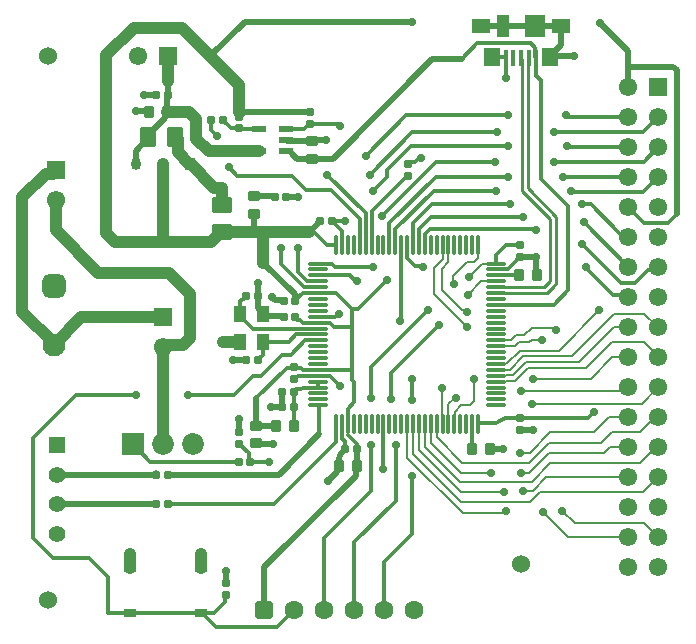
<source format=gbr>
%TF.GenerationSoftware,Altium Limited,Altium Designer,25.5.2 (35)*%
G04 Layer_Physical_Order=1*
G04 Layer_Color=255*
%FSLAX45Y45*%
%MOMM*%
%TF.SameCoordinates,99CC5E96-0F24-47E5-947C-7A4A978C6F15*%
%TF.FilePolarity,Positive*%
%TF.FileFunction,Copper,L1,Top,Signal*%
%TF.Part,Single*%
G01*
G75*
%TA.AperFunction,Conductor*%
%ADD10C,0.50000*%
%ADD11C,0.30000*%
%TA.AperFunction,SMDPad,CuDef*%
%ADD12O,0.30000X1.80000*%
%ADD13O,1.80000X0.30000*%
G04:AMPARAMS|DCode=14|XSize=1.3mm|YSize=1.1mm|CornerRadius=0.055mm|HoleSize=0mm|Usage=FLASHONLY|Rotation=270.000|XOffset=0mm|YOffset=0mm|HoleType=Round|Shape=RoundedRectangle|*
%AMROUNDEDRECTD14*
21,1,1.30000,0.99000,0,0,270.0*
21,1,1.19000,1.10000,0,0,270.0*
1,1,0.11000,-0.49500,-0.59500*
1,1,0.11000,-0.49500,0.59500*
1,1,0.11000,0.49500,0.59500*
1,1,0.11000,0.49500,-0.59500*
%
%ADD14ROUNDEDRECTD14*%
G04:AMPARAMS|DCode=15|XSize=0.6mm|YSize=0.7mm|CornerRadius=0.075mm|HoleSize=0mm|Usage=FLASHONLY|Rotation=180.000|XOffset=0mm|YOffset=0mm|HoleType=Round|Shape=RoundedRectangle|*
%AMROUNDEDRECTD15*
21,1,0.60000,0.55000,0,0,180.0*
21,1,0.45000,0.70000,0,0,180.0*
1,1,0.15000,-0.22500,0.27500*
1,1,0.15000,0.22500,0.27500*
1,1,0.15000,0.22500,-0.27500*
1,1,0.15000,-0.22500,-0.27500*
%
%ADD15ROUNDEDRECTD15*%
%ADD16R,1.00000X0.75000*%
G04:AMPARAMS|DCode=17|XSize=0.6mm|YSize=0.7mm|CornerRadius=0.075mm|HoleSize=0mm|Usage=FLASHONLY|Rotation=270.000|XOffset=0mm|YOffset=0mm|HoleType=Round|Shape=RoundedRectangle|*
%AMROUNDEDRECTD17*
21,1,0.60000,0.55000,0,0,270.0*
21,1,0.45000,0.70000,0,0,270.0*
1,1,0.15000,-0.27500,-0.22500*
1,1,0.15000,-0.27500,0.22500*
1,1,0.15000,0.27500,0.22500*
1,1,0.15000,0.27500,-0.22500*
%
%ADD17ROUNDEDRECTD17*%
G04:AMPARAMS|DCode=18|XSize=0.8mm|YSize=1mm|CornerRadius=0.1mm|HoleSize=0mm|Usage=FLASHONLY|Rotation=90.000|XOffset=0mm|YOffset=0mm|HoleType=Round|Shape=RoundedRectangle|*
%AMROUNDEDRECTD18*
21,1,0.80000,0.80000,0,0,90.0*
21,1,0.60000,1.00000,0,0,90.0*
1,1,0.20000,0.40000,0.30000*
1,1,0.20000,0.40000,-0.30000*
1,1,0.20000,-0.40000,-0.30000*
1,1,0.20000,-0.40000,0.30000*
%
%ADD18ROUNDEDRECTD18*%
%ADD19R,0.87213X1.00429*%
G04:AMPARAMS|DCode=20|XSize=0.8mm|YSize=1mm|CornerRadius=0.1mm|HoleSize=0mm|Usage=FLASHONLY|Rotation=0.000|XOffset=0mm|YOffset=0mm|HoleType=Round|Shape=RoundedRectangle|*
%AMROUNDEDRECTD20*
21,1,0.80000,0.80000,0,0,0.0*
21,1,0.60000,1.00000,0,0,0.0*
1,1,0.20000,0.30000,-0.40000*
1,1,0.20000,-0.30000,-0.40000*
1,1,0.20000,-0.30000,0.40000*
1,1,0.20000,0.30000,0.40000*
%
%ADD20ROUNDEDRECTD20*%
G04:AMPARAMS|DCode=21|XSize=1.4mm|YSize=1.7mm|CornerRadius=0.175mm|HoleSize=0mm|Usage=FLASHONLY|Rotation=180.000|XOffset=0mm|YOffset=0mm|HoleType=Round|Shape=RoundedRectangle|*
%AMROUNDEDRECTD21*
21,1,1.40000,1.35000,0,0,180.0*
21,1,1.05000,1.70000,0,0,180.0*
1,1,0.35000,-0.52500,0.67500*
1,1,0.35000,0.52500,0.67500*
1,1,0.35000,0.52500,-0.67500*
1,1,0.35000,-0.52500,-0.67500*
%
%ADD21ROUNDEDRECTD21*%
G04:AMPARAMS|DCode=22|XSize=1.4mm|YSize=1.7mm|CornerRadius=0.175mm|HoleSize=0mm|Usage=FLASHONLY|Rotation=270.000|XOffset=0mm|YOffset=0mm|HoleType=Round|Shape=RoundedRectangle|*
%AMROUNDEDRECTD22*
21,1,1.40000,1.35000,0,0,270.0*
21,1,1.05000,1.70000,0,0,270.0*
1,1,0.35000,-0.67500,-0.52500*
1,1,0.35000,-0.67500,0.52500*
1,1,0.35000,0.67500,0.52500*
1,1,0.35000,0.67500,-0.52500*
%
%ADD22ROUNDEDRECTD22*%
%ADD23R,1.20000X0.60000*%
%TA.AperFunction,ConnectorPad*%
%ADD24R,0.45000X1.38000*%
%TA.AperFunction,SMDPad,CuDef*%
G04:AMPARAMS|DCode=25|XSize=1.00429mm|YSize=0.87213mm|CornerRadius=0.43606mm|HoleSize=0mm|Usage=FLASHONLY|Rotation=270.000|XOffset=0mm|YOffset=0mm|HoleType=Round|Shape=RoundedRectangle|*
%AMROUNDEDRECTD25*
21,1,1.00429,0.00000,0,0,270.0*
21,1,0.13216,0.87213,0,0,270.0*
1,1,0.87213,0.00000,-0.06608*
1,1,0.87213,0.00000,0.06608*
1,1,0.87213,0.00000,0.06608*
1,1,0.87213,0.00000,-0.06608*
%
%ADD25ROUNDEDRECTD25*%
G04:AMPARAMS|DCode=26|XSize=1.00429mm|YSize=3.18213mm|CornerRadius=0.43687mm|HoleSize=0mm|Usage=FLASHONLY|Rotation=270.000|XOffset=0mm|YOffset=0mm|HoleType=Round|Shape=RoundedRectangle|*
%AMROUNDEDRECTD26*
21,1,1.00429,2.30840,0,0,270.0*
21,1,0.13056,3.18213,0,0,270.0*
1,1,0.87373,-1.15420,-0.06528*
1,1,0.87373,-1.15420,0.06528*
1,1,0.87373,1.15420,0.06528*
1,1,0.87373,1.15420,-0.06528*
%
%ADD26ROUNDEDRECTD26*%
%TA.AperFunction,ConnectorPad*%
%ADD27R,1.42500X1.55000*%
%ADD28R,1.00000X1.90000*%
%ADD29R,1.80000X1.90000*%
%ADD30R,1.65000X1.30000*%
%TA.AperFunction,Conductor*%
%ADD31C,0.50800*%
%ADD32C,0.25000*%
%ADD33C,0.20000*%
%ADD34C,0.30480*%
%ADD35C,1.00000*%
%TA.AperFunction,ComponentPad*%
%ADD36C,1.60000*%
%TA.AperFunction,ViaPad*%
%ADD37C,1.52400*%
%TA.AperFunction,ComponentPad*%
%ADD38C,1.85000*%
G04:AMPARAMS|DCode=39|XSize=1.95mm|YSize=1.95mm|CornerRadius=0.4875mm|HoleSize=0mm|Usage=FLASHONLY|Rotation=270.000|XOffset=0mm|YOffset=0mm|HoleType=Round|Shape=RoundedRectangle|*
%AMROUNDEDRECTD39*
21,1,1.95000,0.97500,0,0,270.0*
21,1,0.97500,1.95000,0,0,270.0*
1,1,0.97500,-0.48750,-0.48750*
1,1,0.97500,-0.48750,0.48750*
1,1,0.97500,0.48750,0.48750*
1,1,0.97500,0.48750,-0.48750*
%
%ADD39ROUNDEDRECTD39*%
%ADD40C,1.55000*%
%ADD41R,1.55000X1.55000*%
G04:AMPARAMS|DCode=42|XSize=1.6mm|YSize=1.6mm|CornerRadius=0.4mm|HoleSize=0mm|Usage=FLASHONLY|Rotation=0.000|XOffset=0mm|YOffset=0mm|HoleType=Round|Shape=RoundedRectangle|*
%AMROUNDEDRECTD42*
21,1,1.60000,0.80000,0,0,0.0*
21,1,0.80000,1.60000,0,0,0.0*
1,1,0.80000,0.40000,-0.40000*
1,1,0.80000,-0.40000,-0.40000*
1,1,0.80000,-0.40000,0.40000*
1,1,0.80000,0.40000,0.40000*
%
%ADD42ROUNDEDRECTD42*%
%ADD43C,1.95000*%
%ADD44C,1.40000*%
%ADD45R,1.40000X1.40000*%
%ADD46R,1.55000X1.55000*%
%ADD47R,1.85000X1.85000*%
%TA.AperFunction,ViaPad*%
%ADD48C,0.70000*%
D10*
X8769313Y7023038D02*
G03*
X8760000Y6993976I40687J-29062D01*
G01*
X11620000Y9067682D02*
Y10280710D01*
X11590710Y10310000D02*
X11620000Y10280710D01*
X11206000Y10310000D02*
X11590710D01*
X10290000Y8700000D02*
X10430000D01*
Y8575000D02*
Y8700000D01*
X10035000Y7080000D02*
X10150000D01*
X8070000Y8370000D02*
Y8480000D01*
X8070000Y8370000D02*
X8070000Y8370000D01*
X8070000Y8270000D02*
Y8370000D01*
X10290000Y7240000D02*
X10400000D01*
X10400000Y7240000D01*
X6965000Y6070000D02*
X6990000Y6065000D01*
X7800000Y5940000D02*
Y6040000D01*
X7860000Y7830000D02*
X7970000D01*
X8062500Y7122500D02*
X8197500D01*
X8200000Y7120000D01*
X8180000Y7430000D02*
X8280000D01*
Y7560000D01*
X8115000Y8215000D02*
Y8225000D01*
X8130000Y8200000D02*
X8285000D01*
X8115000Y8215000D02*
X8130000Y8200000D01*
X8285000D02*
X8290000Y8195000D01*
Y8190000D02*
Y8195000D01*
X7043827Y9936173D02*
X7148827D01*
X7040000Y9940000D02*
X7043827Y9936173D01*
X7148827D02*
X7155000Y9930000D01*
X7110000Y10070000D02*
X7210000D01*
X8070000Y8270000D02*
X8115000Y8225000D01*
X8285000Y8340000D02*
X8290000Y8335000D01*
Y8330000D02*
Y8335000D01*
X8190000Y8360000D02*
X8195412D01*
X8215412Y8340000D02*
X8285000D01*
X8195412Y8360000D02*
X8215412Y8340000D01*
X8315000Y9210000D02*
X8320000Y9210000D01*
X8315000Y9690000D02*
X8317500Y9687500D01*
X8320000Y9210000D02*
X8415000D01*
X8317500Y9687500D02*
X8527500D01*
X8769313Y7023038D02*
X8810000Y7080000D01*
X10430000Y8575000D02*
X10435000Y8550000D01*
X8527500Y9687500D02*
X8530000Y9685000D01*
X8555000Y9690000D02*
X8650000D01*
X8530000Y9685000D02*
X8555000Y9690000D01*
X8760000Y6920000D02*
Y6993976D01*
X8663827Y6803827D02*
X8745000Y6885000D01*
Y6915000D02*
X8760000Y6930000D01*
X8745000Y6885000D02*
Y6915000D01*
X7910000Y7220000D02*
Y7330000D01*
X8124000Y5710000D02*
Y6074000D01*
X8899896Y6849896D01*
X8385000Y8335000D02*
X8390000Y8330000D01*
X8117850Y8652150D02*
X8385000Y8385000D01*
Y8335000D02*
Y8385000D01*
X7910000Y9890000D02*
X7915000D01*
X7955000Y9930000D01*
X8510000D01*
X8899896Y6919896D02*
X8910000Y6930000D01*
X8899896Y6849896D02*
Y6919896D01*
X8910000Y6930000D02*
Y7080000D01*
X8062500Y7272500D02*
X8222500D01*
X8060000Y7275000D02*
Y7504246D01*
X7670000Y10400000D02*
X7960000Y10690000D01*
X9380000D01*
X10970000Y10680000D02*
X11206000Y10444000D01*
X8040000Y8915700D02*
Y9065000D01*
X8510700Y8915700D02*
X8600000Y9005000D01*
X11206000Y10138000D02*
Y10310000D01*
Y10444000D01*
X7310000Y6860000D02*
X8250000D01*
X8590000Y7200000D01*
X7310000Y10070000D02*
Y10190000D01*
X8215000Y9210000D02*
Y9210000D01*
X8210000Y9215000D02*
X8215000Y9210000D01*
X8040000Y9215000D02*
X8210000D01*
X6370000Y6860000D02*
X7205000D01*
X7210000Y6865000D02*
Y6870000D01*
X7205000Y6860000D02*
X7210000Y6865000D01*
X6370000Y6610000D02*
X7210000D01*
X7290000Y9879300D02*
Y9915000D01*
X7145700Y9735000D02*
X7290000Y9879300D01*
Y9915000D02*
X7305000Y9930000D01*
X7145700Y9705000D02*
Y9735000D01*
X7040000Y9496678D02*
X7047178Y9489500D01*
X7040000Y9496678D02*
Y9599300D01*
X7145700Y9705000D01*
X7307500Y9942500D02*
Y10067500D01*
X7310000Y10070000D01*
D11*
X10091282Y7299571D02*
G03*
X10106166Y7303523I0J30001D01*
G01*
X10177966Y7340000D02*
G03*
X10163082Y7336047I1J-30001D01*
G01*
X9800000Y10380000D02*
X9930000Y10510000D01*
X10384998D01*
X10422500Y10472497D01*
Y10396500D02*
Y10472497D01*
Y10396500D02*
X10430000Y10389000D01*
X11340000Y9510000D02*
X11460000Y9630000D01*
X10580000Y9510000D02*
X11340000D01*
X10727653Y9252346D02*
X11336346D01*
X11460000Y9376000D01*
X10720000Y9260000D02*
X10727653Y9252346D01*
X11542318Y8990000D02*
X11620000Y9067682D01*
X11338000Y8990000D02*
X11542318D01*
X11206000Y9122000D02*
X11338000Y8990000D01*
X11204000Y9378000D02*
X11206000Y9376000D01*
X10662000Y9378000D02*
X11204000D01*
X10660000Y9380000D02*
X10662000Y9378000D01*
X11201000Y9635000D02*
X11206000Y9630000D01*
X10695000Y9635000D02*
X11201000D01*
X10690000Y9640000D02*
X10695000Y9635000D01*
X11336000Y9760000D02*
X11460000Y9884000D01*
X10580000Y9760000D02*
X11336000D01*
X10680000Y9900000D02*
X10690824D01*
X10706824Y9884000D01*
X11206000D01*
X11172175Y8868000D02*
X11206000D01*
X11132555Y8907620D02*
X11172175Y8868000D01*
X11132380Y8907620D02*
X11132555D01*
X10891569Y9148432D02*
X11132380Y8907620D01*
X10821568Y9148432D02*
X10891569D01*
X10820000Y9150000D02*
X10821568Y9148432D01*
X10830000Y8995000D02*
Y9000000D01*
Y8995000D02*
X11206000Y8619000D01*
Y8614000D02*
Y8619000D01*
X10392426Y8940000D02*
X10394772Y8937653D01*
X10422346D02*
X10430000Y8930000D01*
X9529290Y8940000D02*
X10392426D01*
X10394772Y8937653D02*
X10422346D01*
X10820000Y8810000D02*
X11150000Y8480000D01*
X11270000D01*
X11380083Y8590083D02*
X11436083D01*
X11270000Y8480000D02*
X11380083Y8590083D01*
X11436083D02*
X11460000Y8614000D01*
X10850000Y8610000D02*
Y8620000D01*
Y8610000D02*
X11083500Y8376500D01*
X11189500D01*
X11206000Y8360000D01*
X9550000Y9150000D02*
X10210000D01*
X9386100Y8986100D02*
X9550000Y9150000D01*
X9540000Y9040000D02*
X10320000D01*
X10700000Y8420000D02*
Y9130000D01*
X10091100Y8296100D02*
X10576100D01*
X10700000Y8420000D01*
X10470000Y9360000D02*
X10700000Y9130000D01*
X10430000Y10237500D02*
X10470000Y10197500D01*
Y9360000D02*
Y10197500D01*
X10430000Y10237500D02*
Y10389000D01*
X9486100Y8896810D02*
X9529290Y8940000D01*
X9436100Y8936100D02*
X9540000Y9040000D01*
X9560000Y9260000D02*
X10090000D01*
X9580000Y9380000D02*
X10190000D01*
X9170000Y9440000D02*
X9370000Y9640000D01*
X10190000D01*
X9380000Y9760000D02*
X10100000D01*
X9330000Y9900000D02*
X10190000D01*
X8990000Y9560000D02*
X9330000Y9900000D01*
X9580000Y9510000D02*
X10080000D01*
X9120000Y9050000D02*
X9580000Y9510000D01*
X10091100Y8546100D02*
X10281100D01*
X7925000Y8205000D02*
X8033900Y8096100D01*
X8581100D01*
X7955000Y8350000D02*
X7970000Y8365000D01*
X7925000Y8325000D02*
X7950000Y8350000D01*
X7970000Y8365000D02*
Y8370000D01*
X7925000Y8215000D02*
Y8325000D01*
X7950000Y8350000D02*
X7955000D01*
X8886000Y5710000D02*
Y6286000D01*
X9240000Y6640000D01*
Y7110000D01*
X9200000Y7720000D02*
X9610000Y8130000D01*
X9200000Y7500000D02*
Y7720000D01*
X7700000Y5690000D02*
X7792877Y5782877D01*
Y5832877D01*
X7800000Y5840000D01*
X7602500Y5690000D02*
X7722500Y5570000D01*
X8238000D01*
X8378000Y5710000D01*
X7590000Y5690000D02*
X7602500D01*
X7700000D01*
X8476100Y7996100D02*
X8581100D01*
X8280000Y7870000D02*
X8350000D01*
X8476100Y7996100D01*
X8210000Y7800000D02*
Y7800000D01*
X8100000Y7690000D02*
X8210000Y7800000D01*
Y7800000D02*
X8280000Y7870000D01*
X8030000Y7690000D02*
X8100000D01*
X7870000Y7530000D02*
X8030000Y7690000D01*
X7480000Y7530000D02*
X7870000D01*
X6530000D02*
X7040000D01*
X6170000Y7170000D02*
X6530000Y7530000D01*
X6990000Y5690000D02*
X7590000D01*
X6800000D02*
X6990000D01*
X6170000Y6320000D02*
Y7170000D01*
Y6320000D02*
X6340000Y6150000D01*
X6640000D01*
X6800000Y5690000D02*
Y5990000D01*
X6640000Y6150000D02*
X6800000Y5990000D01*
X8060000Y7125000D02*
X8062500Y7122500D01*
X8380000Y7670000D02*
X8385000D01*
X8411100Y7696100D01*
X8810000Y7080000D02*
Y7140000D01*
X8786100Y7163900D02*
Y7291100D01*
X8581100Y7696100D02*
X8680000D01*
X8411100D02*
X8581100D01*
Y8196100D02*
X8725276D01*
X8680000Y7696100D02*
X8766100Y7610000D01*
X8725276Y8196100D02*
X8749176Y8220000D01*
X8760000D01*
X8786100Y7163900D02*
X8810000Y7140000D01*
X10186810Y8596100D02*
X10270000Y8679289D01*
X10091100Y8596100D02*
X10186810D01*
X10270000Y8685000D02*
X10285000Y8700000D01*
X10270000Y8679289D02*
Y8685000D01*
X8700000Y9005000D02*
X8786100Y8918900D01*
X8700000Y9005000D02*
Y9010000D01*
X8810000D01*
X8786100Y8801100D02*
Y8918900D01*
X9340000Y9490000D02*
X9355000Y9505000D01*
X9404176D01*
X9439176Y9540000D02*
X9450000D01*
X9404176Y9505000D02*
X9439176Y9540000D01*
X10285000Y8700000D02*
X10290000D01*
X8060000Y7275000D02*
X8062500Y7272500D01*
X8222500D02*
X8225000Y7270000D01*
X8060000Y7504246D02*
X8320754Y7765000D01*
X8380000Y7770000D02*
X8387123Y7762877D01*
X8320754Y7765000D02*
X8375000D01*
X8380000Y7770000D01*
X8387123Y7762877D02*
X8437123D01*
X8453900Y7746100D02*
X8581100D01*
X8437123Y7762877D02*
X8453900Y7746100D01*
Y8146100D02*
X8581100D01*
X8405000Y8170000D02*
X8430000D01*
X8453900Y8146100D01*
X8390000Y8185000D02*
Y8190000D01*
Y8185000D02*
X8405000Y8170000D01*
X8390000Y8335000D02*
X8451100Y8396100D01*
X8836100Y7291100D02*
Y7416100D01*
X8890000Y7470000D02*
Y7642604D01*
X8836100Y7416100D02*
X8890000Y7470000D01*
X8910000Y7080000D02*
Y7120000D01*
X10091100Y8646100D02*
Y8721100D01*
X10170000Y8800000D01*
X10290000D01*
X10270000Y7340000D02*
X10290000Y7340000D01*
X10106166Y7303523D02*
X10163082Y7336047D01*
X9936100Y7291100D02*
Y7299571D01*
X8836100Y7193900D02*
X8910000Y7120000D01*
X8451100Y8396100D02*
X8581100D01*
Y8146100D02*
X8683900D01*
X8720000Y8110000D01*
X8581100Y7746100D02*
X8870000D01*
X8658900Y8801100D02*
X8736100D01*
X8544300Y8915700D02*
X8658900Y8801100D01*
X8600000Y9005000D02*
Y9010000D01*
X8505700Y8915700D02*
X8510700D01*
X8544300D01*
X8920000Y8260000D02*
X9170000Y8510000D01*
X8870000Y8260000D02*
X8920000D01*
X8581100Y8396100D02*
X8733900D01*
X8870000Y8260000D01*
Y7662603D02*
X8890000Y7642604D01*
X8720000Y8110000D02*
X8870000D01*
X10870000Y7340000D02*
X10920000Y7390000D01*
X10290000Y7340000D02*
X10870000D01*
X8870000Y7662603D02*
Y8260000D01*
X9936100Y7299571D02*
X10091282D01*
X10177967Y7340000D02*
X10270000D01*
X8581100Y7446100D02*
X8590000D01*
Y7200000D02*
Y7446100D01*
X8632000Y5710000D02*
Y6322000D01*
X9030000Y7770000D02*
X9510000Y8250000D01*
X9030000Y7510000D02*
Y7770000D01*
X8632000Y6322000D02*
X9030000Y6720000D01*
Y7110000D01*
X9140000Y5710000D02*
Y6120000D01*
X8485389Y8496100D02*
X8581100D01*
X8410000Y8571490D02*
X8485389Y8496100D01*
X8410000Y8571490D02*
Y8780000D01*
X9020000Y9400000D02*
X9380000Y9760000D01*
X9236100Y8801100D02*
Y8936100D01*
X9560000Y9260000D01*
X9486100Y8801100D02*
Y8896810D01*
X9186100Y8801100D02*
Y8986100D01*
X9580000Y9380000D01*
X9436100Y8801100D02*
Y8936100D01*
X8730000Y8620000D02*
X9050000D01*
X8703900Y8646100D02*
X8730000Y8620000D01*
X8581100Y8646100D02*
X8703900D01*
X9380000Y7490000D02*
Y7670000D01*
X9140000Y6120000D02*
X9380000Y6360000D01*
Y6850000D01*
X9286100Y8166100D02*
Y8801100D01*
X9280000Y8160000D02*
X9286100Y8166100D01*
X8464679Y8446100D02*
X8581100D01*
X8270000Y8640779D02*
Y8780000D01*
Y8640779D02*
X8464679Y8446100D01*
X8899176Y8500000D02*
X8910000D01*
X8853076Y8546100D02*
X8899176Y8500000D01*
X8581100Y8546100D02*
X8853076D01*
X9050000Y9260000D02*
X9170000Y9380000D01*
Y9440000D01*
X9336100Y8693900D02*
Y8801100D01*
Y8693900D02*
X9402346Y8627654D01*
X9462347D01*
X9470000Y8620000D01*
X9386100Y8801100D02*
Y8986100D01*
X7162000Y6970000D02*
X7910000D01*
X8210000Y6610000D02*
X8736100Y7136100D01*
X7310000Y6610000D02*
X8210000D01*
X7012000Y7120000D02*
X7162000Y6970000D01*
X7910000Y7120000D02*
X7915000D01*
X7995000Y7040000D01*
Y6985000D02*
Y7040000D01*
Y6985000D02*
X8010000Y6970000D01*
X8170000D01*
X9130000Y6910000D02*
X9136100Y6916100D01*
Y7291100D01*
X8115000Y7985000D02*
X8335000D01*
X8396100Y8046100D02*
X8581100D01*
X8335000Y7985000D02*
X8396100Y8046100D01*
X8115000Y7875000D02*
Y7985000D01*
X8097426Y7857426D02*
X8115000Y7875000D01*
X8092426Y7857426D02*
X8097426D01*
X8070000Y7835000D02*
X8092426Y7857426D01*
X8070000Y7830000D02*
Y7835000D01*
X8736100Y7136100D02*
Y7291100D01*
X8739176Y9830000D02*
X8759176Y9810000D01*
X8505000Y9830000D02*
X8739176D01*
X8759176Y9810000D02*
X8770000D01*
X8505000Y9830000D02*
X8505000Y9830000D01*
X7680000Y9780000D02*
Y9860000D01*
Y9780000D02*
X7730000Y9730000D01*
X7830000Y9460000D02*
X7900000Y9390000D01*
X8360000D01*
X8936100Y8801100D02*
Y9023900D01*
X8690000Y9270000D02*
X8936100Y9023900D01*
X8480000Y9270000D02*
X8690000D01*
X8360000Y9390000D02*
X8480000Y9270000D01*
X8375000Y7425000D02*
X8380000Y7430000D01*
X8375000Y7270000D02*
Y7425000D01*
X9036100Y8801100D02*
Y9091100D01*
X9335000Y9390000D01*
X9340000D01*
X7847877Y9792123D02*
X7907877D01*
X7795000Y9840000D02*
X7800000D01*
X7780000Y9855000D02*
X7795000Y9840000D01*
X7780000Y9855000D02*
Y9860000D01*
X7800000Y9840000D02*
X7847877Y9792123D01*
X7907877D02*
X7912500Y9787500D01*
X8660000Y9400000D02*
X8986100Y9073900D01*
Y8801100D02*
Y9073900D01*
X10281100Y8546100D02*
X10285000Y8550000D01*
X8380000Y7430000D02*
Y7560000D01*
Y7565000D02*
X8395000Y7580000D01*
X8440000D01*
X8456100Y7596100D01*
X8581100D01*
Y7646100D01*
X9885000Y7080000D02*
X9886100Y7081100D01*
Y7291100D01*
X8315000Y9785000D02*
X8460000D01*
X8505000Y9830000D01*
X7912500Y9787500D02*
X8082500D01*
X8085000Y9785000D01*
D12*
X8836100Y8801100D02*
D03*
X8886100D02*
D03*
X8936100D02*
D03*
X9036100D02*
D03*
X9086100D02*
D03*
X9136100D02*
D03*
X9186100D02*
D03*
X9236100D02*
D03*
X9286100D02*
D03*
X9336100D02*
D03*
X9386100D02*
D03*
X9436100D02*
D03*
X9486100D02*
D03*
X9536100D02*
D03*
X9586100D02*
D03*
X9636100D02*
D03*
X9686100D02*
D03*
X9736100D02*
D03*
X9786100D02*
D03*
X9836100D02*
D03*
X9886100D02*
D03*
X9936100D02*
D03*
X9886100Y7291100D02*
D03*
X9836100D02*
D03*
X9786100D02*
D03*
X9736100D02*
D03*
X9686100D02*
D03*
X9636100D02*
D03*
X9586100D02*
D03*
X9536100D02*
D03*
X9486100D02*
D03*
X9436100D02*
D03*
X9386100D02*
D03*
X9336100D02*
D03*
X9286100D02*
D03*
X9236100D02*
D03*
X9186100D02*
D03*
X9136100D02*
D03*
X9086100D02*
D03*
X9036100D02*
D03*
X8986100D02*
D03*
X8936100D02*
D03*
X8886100D02*
D03*
X8736100D02*
D03*
X8836100D02*
D03*
X9936100D02*
D03*
X8736100Y8801100D02*
D03*
X8986100D02*
D03*
X8786100Y7291100D02*
D03*
Y8801100D02*
D03*
D13*
X10091100Y8546100D02*
D03*
Y8496100D02*
D03*
Y8446100D02*
D03*
Y8396100D02*
D03*
Y8346100D02*
D03*
Y8246100D02*
D03*
Y8196100D02*
D03*
Y8146100D02*
D03*
Y8096100D02*
D03*
Y8046100D02*
D03*
Y7996100D02*
D03*
Y7946100D02*
D03*
Y7896100D02*
D03*
Y7846100D02*
D03*
Y7796100D02*
D03*
Y7746100D02*
D03*
Y7696100D02*
D03*
Y7646100D02*
D03*
Y7596100D02*
D03*
Y7546100D02*
D03*
Y7496100D02*
D03*
Y7446100D02*
D03*
X8581100D02*
D03*
Y7496100D02*
D03*
Y7546100D02*
D03*
Y7596100D02*
D03*
Y7646100D02*
D03*
Y7796100D02*
D03*
Y7846100D02*
D03*
Y7896100D02*
D03*
Y7946100D02*
D03*
Y7996100D02*
D03*
Y8046100D02*
D03*
Y8246100D02*
D03*
Y8296100D02*
D03*
Y8346100D02*
D03*
Y8446100D02*
D03*
Y8496100D02*
D03*
Y8546100D02*
D03*
Y8596100D02*
D03*
Y8646100D02*
D03*
X10091100Y8296100D02*
D03*
X8581100Y8396100D02*
D03*
Y8146100D02*
D03*
Y7746100D02*
D03*
X10091100Y8646100D02*
D03*
X8581100Y8096100D02*
D03*
Y7696100D02*
D03*
Y8196100D02*
D03*
X10091100Y8596100D02*
D03*
D14*
X7925000Y8215000D02*
D03*
Y7985000D02*
D03*
X8115000Y8215000D02*
D03*
Y7985000D02*
D03*
D15*
X7970000Y8370000D02*
D03*
X8280000Y7430000D02*
D03*
Y7560000D02*
D03*
X7970000Y7830000D02*
D03*
X8290000Y8190000D02*
D03*
X7210000Y10070000D02*
D03*
X8290000Y8330000D02*
D03*
X8315000Y9210000D02*
D03*
X8810000Y7080000D02*
D03*
X8700000Y9010000D02*
D03*
X8070000Y8370000D02*
D03*
X8390000Y8190000D02*
D03*
Y8330000D02*
D03*
X8910000Y7080000D02*
D03*
X8600000Y9010000D02*
D03*
X7310000Y6860000D02*
D03*
X7210000D02*
D03*
Y6610000D02*
D03*
X8380000Y7560000D02*
D03*
X7910000Y6970000D02*
D03*
X8010000D02*
D03*
X8070000Y7830000D02*
D03*
X7310000Y6610000D02*
D03*
X7680000Y9860000D02*
D03*
X8380000Y7430000D02*
D03*
X7310000Y10070000D02*
D03*
X7780000Y9860000D02*
D03*
X8215000Y9210000D02*
D03*
D16*
X7590000Y5690000D02*
D03*
X6990000D02*
D03*
X7590000Y6065000D02*
D03*
X6990000D02*
D03*
D17*
X7800000Y5840000D02*
D03*
Y5940000D02*
D03*
X7910000Y7220000D02*
D03*
X8380000Y7670000D02*
D03*
X10290000Y7240000D02*
D03*
Y8700000D02*
D03*
X9340000Y9490000D02*
D03*
X8380000Y7770000D02*
D03*
X7910000Y9890000D02*
D03*
X8510000Y9930000D02*
D03*
X10290000Y8800000D02*
D03*
Y7340000D02*
D03*
X7910000Y7120000D02*
D03*
X9340000Y9390000D02*
D03*
X8510000Y9830000D02*
D03*
X7910000Y9790000D02*
D03*
D18*
X8060000Y7125000D02*
D03*
X8530000Y9685000D02*
D03*
X8060000Y7275000D02*
D03*
X8040000Y9065000D02*
D03*
X8530000Y9535000D02*
D03*
X8040000Y9215000D02*
D03*
D19*
X7499000Y9489500D02*
D03*
D20*
X7155000Y9930000D02*
D03*
X8760000Y6930000D02*
D03*
X10035000Y7080000D02*
D03*
X10435000Y8550000D02*
D03*
X8225000Y7270000D02*
D03*
X8910000Y6930000D02*
D03*
X10285000Y8550000D02*
D03*
X8375000Y7270000D02*
D03*
X9885000Y7080000D02*
D03*
X7305000Y9930000D02*
D03*
D21*
X7374300Y9720000D02*
D03*
X7145700D02*
D03*
D22*
X7770000Y9144300D02*
D03*
Y8915700D02*
D03*
D23*
X8315000Y9690000D02*
D03*
Y9595000D02*
D03*
Y9785000D02*
D03*
X8085000Y9595000D02*
D03*
Y9785000D02*
D03*
D24*
X10170000Y10389000D02*
D03*
X10365000D02*
D03*
X10300000D02*
D03*
X10430000D02*
D03*
X10235000D02*
D03*
D25*
X7270000Y9489500D02*
D03*
X7041000D02*
D03*
D26*
X7270000Y8830500D02*
D03*
D27*
X10051250Y10397500D02*
D03*
X10548750D02*
D03*
D28*
X10145000Y10655000D02*
D03*
D29*
X10415000D02*
D03*
D30*
X9962500D02*
D03*
X10637500D02*
D03*
D31*
X8403800Y9535000D02*
X8530000D01*
X8374042Y9564758D02*
X8403800Y9535000D01*
X8374042Y9564758D02*
Y9565959D01*
X8345000Y9595000D02*
X8374042Y9565959D01*
X8315000Y9595000D02*
X8345000D01*
X9550000Y10380000D02*
X9800000D01*
X8705000Y9535000D02*
X9550000Y10380000D01*
X8530000Y9535000D02*
X8705000D01*
X10551250Y10400000D02*
X10750000D01*
X10548750Y10397500D02*
X10551250Y10400000D01*
X10637500Y10492500D02*
Y10655000D01*
X10548750Y10403750D02*
X10637500Y10492500D01*
X10415000Y10655000D02*
X10637500D01*
X10145000D02*
X10415000D01*
X9962500D02*
X10145000D01*
D32*
X10570710Y8450000D02*
X10600000Y8479290D01*
X10570710Y8450000D02*
X10570710D01*
X10550000Y8500000D02*
X10550000D01*
X10546100Y8425390D02*
Y8425390D01*
X10600000Y8479290D02*
Y9040710D01*
X10496100Y8446100D02*
X10550000Y8500000D01*
X10516810Y8396100D02*
X10546100Y8425390D01*
X10091100Y8396100D02*
X10516810D01*
X10550000Y8500000D02*
Y9020000D01*
X10496100Y8446100D02*
Y8446100D01*
X10091100Y8446100D02*
X10496100D01*
X10546100Y8425390D02*
X10570710Y8450000D01*
X10315000Y9254999D02*
X10550000Y9020000D01*
X10365000Y9275710D02*
X10600000Y9040710D01*
X10365000Y9275710D02*
Y9275710D01*
X10357500Y9283210D02*
X10365000Y9275710D01*
X10307500Y9262500D02*
Y10381500D01*
X10315000Y9254999D02*
Y9255000D01*
X10357500Y9283210D02*
Y10381500D01*
X10307500Y9262500D02*
X10315000Y9255000D01*
X10300000Y10389000D02*
X10307500Y10381500D01*
X10357500D02*
X10365000Y10389000D01*
D33*
X10293640Y7910000D02*
X10620000D01*
X10960000Y8250000D01*
X9966100Y8496100D02*
X10091100D01*
X9850000Y8380000D02*
X9966100Y8496100D01*
X10089187Y8644187D02*
X10091100Y8646100D01*
X9860000Y8530000D02*
X9974187Y8644187D01*
X10089187D01*
X9936100Y8696100D02*
Y8801100D01*
X9840000Y8660000D02*
X9900000D01*
X9936100Y8696100D01*
X9725001Y8475000D02*
Y8545001D01*
Y8475000D02*
X9730000Y8470000D01*
X9725001Y8545001D02*
X9840000Y8660000D01*
X10156470Y6550000D02*
X10170000D01*
X10136470Y6530000D02*
X10156470Y6550000D01*
X9810000Y6530000D02*
X10136470D01*
X9336100Y7003900D02*
X9810000Y6530000D01*
X9636100Y8686100D02*
Y8801100D01*
X9560000Y8390000D02*
Y8610000D01*
X9636100Y8686100D01*
X9560000Y8390000D02*
X9840000Y8110000D01*
X9634187Y7293013D02*
X9636100Y7291100D01*
X9634187Y7293013D02*
Y7585813D01*
X9630000Y7590000D02*
X9634187Y7585813D01*
X11128953Y7572169D02*
X11180169D01*
X11206000Y7598000D01*
X10300000Y7570000D02*
X11126784D01*
X11128953Y7572169D01*
X10091100Y7646100D02*
X10168806D01*
X10173806Y7651100D01*
X10251100D01*
X11460000Y7852000D02*
Y7860000D01*
X10251100Y7651100D02*
X10360000Y7760000D01*
X10850000D02*
X11070000Y7980000D01*
X11340000D01*
X11460000Y7860000D01*
X10360000Y7760000D02*
X10850000D01*
X9486100Y7093900D02*
Y7291100D01*
X11440000Y7090000D02*
X11460000D01*
X9486100Y7093900D02*
X9780000Y6800000D01*
X11310000Y6960000D02*
X11440000Y7090000D01*
X9780000Y6800000D02*
X10390000D01*
X10550000Y6960000D02*
X11310000D01*
X10390000Y6800000D02*
X10550000Y6960000D01*
X10091100Y7946100D02*
X10246100D01*
X10280000Y7980000D01*
X10370000D01*
X10390000Y8000000D01*
X10480000D01*
X10490000Y6540000D02*
X10702000Y6328000D01*
X11206000D01*
X9336100Y7003900D02*
Y7291100D01*
X10516000Y6836000D02*
X11206000D01*
X10320000Y6720000D02*
X10400000D01*
X10516000Y6836000D01*
X10173806Y7701100D02*
X10231418D01*
X10091100Y7696100D02*
X10168806D01*
X10173806Y7701100D01*
X11086000Y8106000D02*
X11206000D01*
X10790000Y7810000D02*
X11086000Y8106000D01*
X10231418Y7701100D02*
X10340318Y7810000D01*
X10790000D01*
X10091100Y7996100D02*
X10216100D01*
X10260000Y8040000D01*
X10754348Y6445652D02*
X11342348D01*
X11460000Y6328000D01*
X10650000Y6550000D02*
X10754348Y6445652D01*
X10566470Y8100000D02*
X10586470Y8080000D01*
X10600000D01*
X10260000Y8040000D02*
X10330000D01*
X10390000Y8100000D01*
X10566470D01*
X9686100Y7291100D02*
Y7456100D01*
X9740000Y7510000D01*
X9750000D01*
X11322000Y7460000D02*
X11460000Y7598000D01*
X10390000Y7460000D02*
X11322000D01*
X11346000Y8220000D02*
X11460000Y8106000D01*
X11090000Y8220000D02*
X11346000D01*
X10091100Y7746100D02*
X10206100D01*
X10320000Y7860000D01*
X10730000D02*
X11090000Y8220000D01*
X10320000Y7860000D02*
X10730000D01*
X9536100Y7123900D02*
Y7291100D01*
Y7123900D02*
X9790000Y6870000D01*
X10050000D01*
X10290000Y7040000D02*
X10295962Y7045962D01*
X10375962D01*
X10550000Y7220000D01*
X10920000D02*
X11044000Y7344000D01*
X11206000D01*
X10550000Y7220000D02*
X10920000D01*
X9386100Y7033900D02*
Y7291100D01*
X11334000Y6710000D02*
X11460000Y6836000D01*
X10460000Y6710000D02*
X11334000D01*
X9386100Y7033900D02*
X9790000Y6630000D01*
X10380000D01*
X10460000Y6710000D01*
X9686100Y8656100D02*
Y8801100D01*
X9630000Y8600000D02*
X9686100Y8656100D01*
X9830433Y8249567D02*
X9840000Y8240000D01*
X9630000Y8420000D02*
X9800433Y8249567D01*
X9630000Y8420000D02*
Y8600000D01*
X9800433Y8249567D02*
X9830433D01*
X9834999Y7445001D02*
X9835000Y7445000D01*
X9865000D01*
X9900000Y7480000D01*
Y7670000D01*
X9791925Y7445001D02*
X9834999D01*
X9738013Y7293013D02*
Y7391089D01*
X9736100Y7291100D02*
X9738013Y7293013D01*
Y7391089D02*
X9791925Y7445001D01*
X11072000Y7852000D02*
X11206000D01*
X10890000Y7670000D02*
X11072000Y7852000D01*
X10400000Y7670000D02*
X10890000D01*
X10168806Y7796100D02*
X10173806Y7801100D01*
X10091100Y7796100D02*
X10168806D01*
X10173806Y7801100D02*
X10184740D01*
X10293640Y7910000D01*
X11310000Y7220000D02*
X11434000Y7344000D01*
X11460000D01*
X9586100Y7173900D02*
Y7291100D01*
X11070000Y7220000D02*
X11310000D01*
X10980000Y7130000D02*
X11070000Y7220000D01*
X9586100Y7173900D02*
X9800000Y6960000D01*
X10370000D01*
X10540000Y7130000D02*
X10980000D01*
X10370000Y6960000D02*
X10540000Y7130000D01*
X9790000Y6710000D02*
X10160000D01*
X9436100Y7063900D02*
X9790000Y6710000D01*
X9436100Y7063900D02*
Y7291100D01*
X10540000Y7040000D02*
X11000000D01*
X11050000Y7090000D01*
X11206000D01*
X10300000Y6870000D02*
X10370000D01*
X10540000Y7040000D01*
D34*
X10162740Y10396260D02*
X10170000Y10389000D01*
X10052490Y10396260D02*
X10162740D01*
X10051250Y10397500D02*
X10052490Y10396260D01*
X10170000Y10220000D02*
Y10389000D01*
D35*
X6990000Y6065000D02*
Y6190000D01*
X7590000Y6065000D02*
Y6190000D01*
X6990000D02*
X6990000Y6190000D01*
X7780000Y7980000D02*
X7920000D01*
X7925000Y7985000D01*
X7505179Y9489500D02*
X7704679Y9290000D01*
X7394300Y9588021D02*
Y9700000D01*
X7492821Y9489500D02*
X7505179D01*
X7394300Y9588021D02*
X7492821Y9489500D01*
X7750000Y9164300D02*
X7770000Y9144300D01*
Y9290000D01*
X7704679D02*
X7770000D01*
X7374300Y9720000D02*
X7394300Y9700000D01*
X7770000Y9144300D02*
X7770000Y9144300D01*
X7735000Y8895700D02*
X7755000Y8915700D01*
X7430000Y10640000D02*
X7670000Y10400000D01*
X7910000Y10160000D01*
X7020000Y10640000D02*
X7430000D01*
X7910000Y9930000D02*
Y10160000D01*
X7735000Y8889079D02*
Y8895700D01*
X7676422Y8830500D02*
X7735000Y8889079D01*
X7270000Y8830500D02*
X7676422D01*
X7270000D02*
Y9489500D01*
X7755000Y8915700D02*
X7770000D01*
X8040000D01*
X8117850D02*
X8505700D01*
X8117850Y8652150D02*
Y8915700D01*
X8040000D02*
X8117850D01*
X6790000Y10410000D02*
X7020000Y10640000D01*
X6790000Y8905000D02*
X6864500Y8830500D01*
X6790000Y8905000D02*
Y10410000D01*
X6864500Y8830500D02*
X7270000D01*
X7310000Y10190000D02*
Y10400000D01*
X7266000Y7120000D02*
X7268000Y7122000D01*
Y7938000D01*
X7280523Y7950524D01*
X6080000Y8240016D02*
Y9210000D01*
X6335000Y9407500D02*
X6362500Y9435000D01*
X6277500Y9407500D02*
X6335000D01*
X6080000Y9210000D02*
X6277500Y9407500D01*
X6080000Y8240016D02*
X6344998Y7975018D01*
X7500000Y8013462D02*
Y8390000D01*
X7319414Y7950524D02*
X7323773Y7954883D01*
X7280523Y7950524D02*
X7319414D01*
X7323773Y7954883D02*
X7441421D01*
X7500000Y8013462D01*
X7320000Y8570000D02*
X7500000Y8390000D01*
X6720000Y8570000D02*
X7320000D01*
X6362500Y8927500D02*
X6720000Y8570000D01*
X6362500Y8927500D02*
Y9185000D01*
X6344998Y7960001D02*
Y7975018D01*
Y7960001D02*
X6574997Y8190000D01*
X7270000D01*
X7491421Y9930000D02*
X7550000Y9871421D01*
Y9700000D02*
X7655000Y9595000D01*
X7305000Y9930000D02*
X7491421D01*
X7550000Y9700000D02*
Y9871421D01*
X7655000Y9595000D02*
X8085000D01*
D36*
X8886000Y5710000D02*
D03*
X8378000D02*
D03*
X9394000D02*
D03*
X8632000D02*
D03*
X9140000D02*
D03*
D37*
X6300000Y10400000D02*
D03*
Y5800000D02*
D03*
X10300000Y6100000D02*
D03*
D38*
X7520000Y7120000D02*
D03*
X7266000D02*
D03*
D39*
X6344998Y8460000D02*
D03*
D40*
X7060000Y10400000D02*
D03*
X11460000Y9122000D02*
D03*
X11206000D02*
D03*
Y10138000D02*
D03*
Y8106000D02*
D03*
Y7344000D02*
D03*
Y7852000D02*
D03*
X11460000Y8106000D02*
D03*
Y7344000D02*
D03*
X11206000Y6582000D02*
D03*
X11460000Y8360000D02*
D03*
Y7852000D02*
D03*
X11206000Y6074000D02*
D03*
X11460000D02*
D03*
Y8868000D02*
D03*
Y7598000D02*
D03*
Y6328000D02*
D03*
X11206000D02*
D03*
Y7598000D02*
D03*
Y8868000D02*
D03*
X11460000Y6836000D02*
D03*
Y8614000D02*
D03*
Y9884000D02*
D03*
Y9376000D02*
D03*
X11206000Y9884000D02*
D03*
X11460000Y9630000D02*
D03*
X11206000Y6836000D02*
D03*
X11460000Y7090000D02*
D03*
X11206000Y9376000D02*
D03*
X11460000Y6582000D02*
D03*
X11206000Y7090000D02*
D03*
Y8360000D02*
D03*
Y9630000D02*
D03*
Y8614000D02*
D03*
X7270000Y7940000D02*
D03*
X6362500Y9185000D02*
D03*
D41*
X11460000Y10138000D02*
D03*
X7270000Y8190000D02*
D03*
X6362500Y9435000D02*
D03*
D42*
X8124000Y5710000D02*
D03*
D43*
X6344998Y7960001D02*
D03*
D44*
X6370000Y6360000D02*
D03*
Y6610000D02*
D03*
Y6860000D02*
D03*
D45*
Y7110000D02*
D03*
D46*
X7310000Y10400000D02*
D03*
D47*
X7012000Y7120000D02*
D03*
D48*
X10820000Y8810000D02*
D03*
X10830000Y9000000D02*
D03*
X10820000Y9150000D02*
D03*
X10430000Y8930000D02*
D03*
X10720000Y9260000D02*
D03*
X10660000Y9380000D02*
D03*
X10580000Y9510000D02*
D03*
X10690000Y9640000D02*
D03*
X10210000Y9150000D02*
D03*
X10320000Y9040000D02*
D03*
X10580000Y9760000D02*
D03*
X10680000Y9900000D02*
D03*
X10850000Y8620000D02*
D03*
X10960000Y8250000D02*
D03*
X10090000Y9260000D02*
D03*
X10190000Y9380000D02*
D03*
Y9640000D02*
D03*
X10100000Y9760000D02*
D03*
X10190000Y9900000D02*
D03*
X10080000Y9510000D02*
D03*
X10430000Y8700000D02*
D03*
X10750000Y10400000D02*
D03*
X10170000Y10220000D02*
D03*
X10150000Y7080000D02*
D03*
X8070000Y8480000D02*
D03*
X10400000Y7240000D02*
D03*
X9610000Y8130000D02*
D03*
X9850000Y8380000D02*
D03*
X9240000Y7110000D02*
D03*
X9200000Y7500000D02*
D03*
X7480000Y7530000D02*
D03*
X7040000D02*
D03*
X6990000Y6190000D02*
D03*
X7590000D02*
D03*
X7800000Y6040000D02*
D03*
X7780000Y7980000D02*
D03*
X7860000Y7830000D02*
D03*
X8180000Y7430000D02*
D03*
X8200000Y7120000D02*
D03*
X7770000Y9290000D02*
D03*
X7040000Y9940000D02*
D03*
X7110000Y10070000D02*
D03*
X8190000Y8360000D02*
D03*
X8415000Y9210000D02*
D03*
X8766100Y7610000D02*
D03*
X8760000Y8220000D02*
D03*
X8810000Y9010000D02*
D03*
X8650000Y9690000D02*
D03*
X9450000Y9540000D02*
D03*
X8663827Y6803827D02*
D03*
X7910000Y7330000D02*
D03*
X9380000Y10690000D02*
D03*
X10970000Y10680000D02*
D03*
X9860000Y8530000D02*
D03*
X9170000Y8510000D02*
D03*
X10920000Y7390000D02*
D03*
X9510000Y8250000D02*
D03*
X9730000Y8470000D02*
D03*
X9030000Y7510000D02*
D03*
Y7110000D02*
D03*
X9840000Y8110000D02*
D03*
X9020000Y9400000D02*
D03*
X8410000Y8780000D02*
D03*
X9630000Y7590000D02*
D03*
X10300000Y7570000D02*
D03*
X10490000Y6540000D02*
D03*
X10480000Y8000000D02*
D03*
X10170000Y6550000D02*
D03*
X10320000Y6720000D02*
D03*
X9050000Y8620000D02*
D03*
X9120000Y9050000D02*
D03*
X10600000Y8080000D02*
D03*
X10650000Y6550000D02*
D03*
X9750000Y7510000D02*
D03*
X10390000Y7460000D02*
D03*
X10050000Y6870000D02*
D03*
X10290000Y7040000D02*
D03*
X9380000Y7490000D02*
D03*
Y7670000D02*
D03*
Y6850000D02*
D03*
X9280000Y8160000D02*
D03*
X8270000Y8780000D02*
D03*
X8990000Y9560000D02*
D03*
X9840000Y8240000D02*
D03*
X9900000Y7670000D02*
D03*
X10400000D02*
D03*
X8910000Y8500000D02*
D03*
X9050000Y9260000D02*
D03*
X9470000Y8620000D02*
D03*
X10160000Y6710000D02*
D03*
X10300000Y6870000D02*
D03*
X8170000Y6970000D02*
D03*
X9130000Y6910000D02*
D03*
X8770000Y9810000D02*
D03*
X7730000Y9730000D02*
D03*
X7830000Y9460000D02*
D03*
X8660000Y9400000D02*
D03*
%TF.MD5,93a609699e9224a8ab8395aaad7d4d6a*%
M02*

</source>
